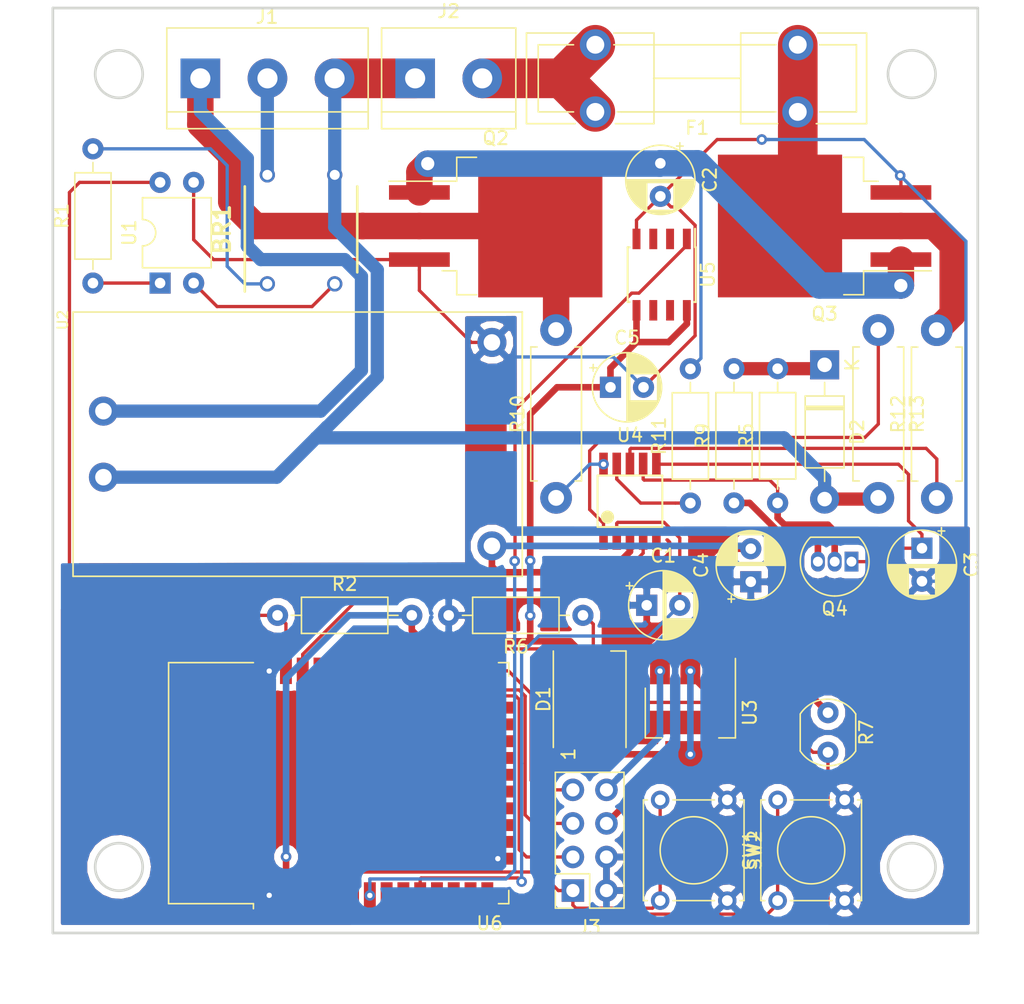
<source format=kicad_pcb>
(kicad_pcb (version 20171130) (host pcbnew 5.0.2+dfsg1-1)
  (title_block (title "Dimmable Ceiling Light Controller") (date 2019-08-02) (rev v1.1.0) (company slimc) (comment 1 "Open Source Project") (comment 2 github.com/slimcdk/smart-home-modules) (comment 3 "Smart Home Modules") (comment 4 "Auther: Christian Skjerning | slimc"))
  (layers (0 F.Cu signal) (31 B.Cu signal) (34 B.Paste user) (35 F.Paste user) (36 B.SilkS user) (37 F.SilkS user) (38 B.Mask user) (39 F.Mask user) (44 Edge.Cuts user))
  (net 0 "")
  (net 1 /N_MAIN)
  (net 2 "Net-(F1-Pad2)")
  (net 3 "Net-(R12-Pad1)")
  (net 4 /L_OUT)
  (net 5 "Net-(BR1-Pad1)")
  (net 6 "Net-(R1-Pad1)")
  (net 7 +3V3)
  (net 8 "Net-(D2-Pad1)")
  (net 9 "Net-(Q4-Pad2)")
  (net 10 GND)
  (net 11 "Net-(Q4-Pad3)")
  (net 12 "Net-(R10-Pad1)")
  (net 13 "Net-(C2-Pad1)")
  (net 14 "Net-(R11-Pad1)")
  (net 15 "Net-(SW1-Pad1)")
  (net 16 "Net-(U6-Pad17)")
  (net 17 "Net-(U6-Pad18)")
  (net 18 "Net-(U6-Pad19)")
  (net 19 "Net-(U6-Pad20)")
  (net 20 "Net-(U6-Pad21)")
  (net 21 "Net-(U6-Pad22)")
  (net 22 "Net-(U6-Pad32)")
  (net 23 +5V)
  (net 24 "Net-(C3-Pad1)")
  (net 25 "Net-(BR1-Pad2)")
  (net 26 "Net-(D1-Pad2)")
  (net 27 /L_M2)
  (net 28 /L_M1)
  (net 29 "Net-(R13-Pad1)")
  (net 30 /ESP_EN)
  (net 31 /ESP_RXD0)
  (net 32 /ESP_TXD0)
  (net 33 /ESP_GPIO_34)
  (net 34 /ESP_GPIO_35)
  (net 35 /ESP_GPIO_33)
  (net 36 /ESP_GPIO_26)
  (net 37 /ESP_GPIO_27)
  (net 38 /ESP_GPIO_14)
  (net 39 /ESP_GPIO_12)
  (net 40 /ESP_GPIO_13)
  (net 41 /ESP_GPIO_15)
  (net 42 /ESP_GPIO_02)
  (net 43 /ESP_GPIO_00)
  (net 44 /ESP_GPIO_16)
  (net 45 /ESP_GPIO_17)
  (net 46 /ESP_GPIO_05)
  (net 47 /ESP_GPIO_18)
  (net 48 /ESP_GPIO_19)
  (net 49 /ESP_GPIO_21)
  (net 50 /ESP_GPIO_23)
  (net 51 /ESP_SENSOR_VP)
  (net 52 /ESP_SENSOR_VN)
  (net 53 /ESP_GPIO_25)
  (net 54 /ESP_GPIO_04)
  (net 55 /ESP_GPIO_22)
  (module Connector_PinSocket_2.54mm:PinSocket_2x04_P2.54mm_Vertical (layer F.Cu) (at 67.831 91.688 180)
    (fp_text reference J3 (at -1.27 -2.77 180) (layer F.SilkS))
    (fp_text value Conn_02x04_Counter_Clockwise)
    (pad 1 thru_hole rect (at 0 0 180) (size 1.7 1.7) (drill 1) (layers *.Cu *.Mask) (net 30 /ESP_EN))
    (pad 2 thru_hole oval (at -2.54 0 180) (size 1.7 1.7) (drill 1) (layers *.Cu *.Mask) (net 10 GND))
    (pad 3 thru_hole oval (at 0 2.54 180) (size 1.7 1.7) (drill 1) (layers *.Cu *.Mask) (net 32 /ESP_TXD0))
    (pad 4 thru_hole oval (at -2.54 2.54 180) (size 1.7 1.7) (drill 1) (layers *.Cu *.Mask) (net 10 GND))
    (pad 5 thru_hole oval (at 0 5.08 180) (size 1.7 1.7) (drill 1) (layers *.Cu *.Mask) (net 31 /ESP_RXD0))
    (pad 6 thru_hole oval (at -2.54 5.08 180) (size 1.7 1.7) (drill 1) (layers *.Cu *.Mask) (net 7 +3V3))
    (pad 7 thru_hole oval (at 0 7.62 180) (size 1.7 1.7) (drill 1) (layers *.Cu *.Mask) (net 43 /ESP_GPIO_00))
    (pad 8 thru_hole oval (at -2.54 7.62 180) (size 1.7 1.7) (drill 1) (layers *.Cu *.Mask) (net 23 +5V))
  )
  (module Capacitor_THT:CP_Radial_D5.0mm_P2.50mm (layer F.Cu) (at 70.675 53.6)
    (fp_text reference C5 (at 1.25 -3.75) (layer F.SilkS))
    (fp_text value 0.1µ)
    (pad 1 thru_hole rect (at 0 0) (size 1.6 1.6) (drill 0.8) (layers *.Cu *.Mask) (net 7 +3V3))
    (pad 2 thru_hole circle (at 2.5 0) (size 1.6 1.6) (drill 0.8) (layers *.Cu *.Mask) (net 10 GND))
  )
  (module Capacitor_THT:CP_Radial_D5.0mm_P2.50mm (layer F.Cu) (at 81.293 68.32 90)
    (fp_text reference C4 (at 1.25 -3.75 90) (layer F.SilkS))
    (fp_text value 100nF)
    (pad 2 thru_hole circle (at 2.5 0 90) (size 1.6 1.6) (drill 0.8) (layers *.Cu *.Mask) (net 23 +5V))
    (pad 1 thru_hole rect (at 0 0 90) (size 1.6 1.6) (drill 0.8) (layers *.Cu *.Mask) (net 10 GND))
  )
  (module Capacitor_THT:CP_Radial_D5.0mm_P2.50mm (layer F.Cu) (at 73.419 70.098)
    (fp_text reference C1 (at 1.25 -3.75) (layer F.SilkS))
    (fp_text value 100nF)
    (pad 1 thru_hole rect (at 0 0) (size 1.6 1.6) (drill 0.8) (layers *.Cu *.Mask) (net 10 GND))
    (pad 2 thru_hole circle (at 2.5 0) (size 1.6 1.6) (drill 0.8) (layers *.Cu *.Mask) (net 53 /ESP_GPIO_25))
  )
  (module Capacitor_THT:CP_Radial_D5.0mm_P2.50mm (layer F.Cu) (at 74.45 36.65 270)
    (fp_text reference C2 (at 1.25 -3.75 270) (layer F.SilkS))
    (fp_text value 22nF)
    (pad 2 thru_hole circle (at 2.5 0 270) (size 1.6 1.6) (drill 0.8) (layers *.Cu *.Mask) (net 10 GND))
    (pad 1 thru_hole rect (at 0 0 270) (size 1.6 1.6) (drill 0.8) (layers *.Cu *.Mask) (net 13 "Net-(C2-Pad1)"))
  )
  (module Capacitor_THT:CP_Radial_D5.0mm_P2.50mm (layer F.Cu) (at 94.247 65.78 270)
    (fp_text reference C3 (at 1.25 -3.75 270) (layer F.SilkS))
    (fp_text value 4µ7)
    (pad 1 thru_hole rect (at 0 0 270) (size 1.6 1.6) (drill 0.8) (layers *.Cu *.Mask) (net 24 "Net-(C3-Pad1)"))
    (pad 2 thru_hole circle (at 2.5 0 270) (size 1.6 1.6) (drill 0.8) (layers *.Cu *.Mask) (net 10 GND))
  )
  (module AC_Drivers_slimc:FL51xxMX (layer F.Cu) (at 72.149 62.224)
    (fp_text reference U4 (at 0 -5) (layer F.SilkS))
    (fp_text value FL51xxMX)
    (pad 10 smd rect (at -2 -2.8) (size 0.65 1.75) (layers F.Cu F.Paste F.Mask) (net 12 "Net-(R10-Pad1)"))
    (pad 9 smd rect (at -1 -2.8) (size 0.65 1.75) (layers F.Cu F.Paste F.Mask) (net 14 "Net-(R11-Pad1)"))
    (pad 8 smd rect (at 0 -2.8) (size 0.65 1.75) (layers F.Cu F.Paste F.Mask) (net 3 "Net-(R12-Pad1)"))
    (pad 7 smd rect (at 1 -2.8) (size 0.65 1.75) (layers F.Cu F.Paste F.Mask) (net 9 "Net-(Q4-Pad2)"))
    (pad 6 smd rect (at 2 -2.8) (size 0.65 1.75) (layers F.Cu F.Paste F.Mask) (net 24 "Net-(C3-Pad1)"))
    (pad 5 smd rect (at 2 2.8) (size 0.65 1.75) (layers F.Cu F.Paste F.Mask) (net 10 GND))
    (pad 4 smd rect (at 1 2.8) (size 0.65 1.75) (layers F.Cu F.Paste F.Mask) (net 55 /ESP_GPIO_22))
    (pad 3 smd rect (at 0 2.8) (size 0.65 1.75) (layers F.Cu F.Paste F.Mask) (net 23 +5V))
    (pad 2 smd rect (at -1 2.8) (size 0.65 1.75) (layers F.Cu F.Paste F.Mask) (net 53 /ESP_GPIO_25))
    (pad 1 smd rect (at -2 2.8) (size 0.65 1.75) (layers F.Cu F.Paste F.Mask) (net 29 "Net-(R13-Pad1)"))
  )
  (module Button_Switch_THT:SW_Tactile_Straight_KSA0Axx1LFTR (layer F.Cu) (at 79.515 84.83 270)
    (fp_text reference SW2 (at 3.81 -2.08 270) (layer F.SilkS))
    (fp_text value SW_Push)
    (pad 2 thru_hole circle (at 0 5.08 270) (size 1.397 1.397) (drill 0.8128) (layers *.Cu *.Mask) (net 30 /ESP_EN))
    (pad 1 thru_hole circle (at 0 0 270) (size 1.397 1.397) (drill 0.8128) (layers *.Cu *.Mask) (net 10 GND))
    (pad 2 thru_hole circle (at 7.62 5.08 270) (size 1.397 1.397) (drill 0.8128) (layers *.Cu *.Mask) (net 30 /ESP_EN))
    (pad 1 thru_hole circle (at 7.62 0 270) (size 1.397 1.397) (drill 0.8128) (layers *.Cu *.Mask) (net 10 GND))
  )
  (module Button_Switch_THT:SW_Tactile_Straight_KSA0Axx1LFTR (layer F.Cu) (at 83.325 92.45 90)
    (fp_text reference SW1 (at 3.81 -2.08 90) (layer F.SilkS))
    (fp_text value SW_Push)
    (pad 1 thru_hole circle (at 7.62 0 90) (size 1.397 1.397) (drill 0.8128) (layers *.Cu *.Mask) (net 15 "Net-(SW1-Pad1)"))
    (pad 2 thru_hole circle (at 7.62 5.08 90) (size 1.397 1.397) (drill 0.8128) (layers *.Cu *.Mask) (net 10 GND))
    (pad 1 thru_hole circle (at 0 0 90) (size 1.397 1.397) (drill 0.8128) (layers *.Cu *.Mask) (net 15 "Net-(SW1-Pad1)"))
    (pad 2 thru_hole circle (at 0 5.08 90) (size 1.397 1.397) (drill 0.8128) (layers *.Cu *.Mask) (net 10 GND))
  )
  (module Diode_THT:D_DO-41_SOD81_P10.16mm_Horizontal (layer F.Cu) (at 86.881 51.902 270)
    (fp_text reference D2 (at 5.08 -2.47 270) (layer F.SilkS))
    (fp_text value 1N4007)
    (fp_text user K (at 0 -2.1 270) (layer F.SilkS))
    (pad 1 thru_hole rect (at 0 0 270) (size 2.2 2.2) (drill 1.1) (layers *.Cu *.Mask) (net 8 "Net-(D2-Pad1)"))
    (pad 2 thru_hole oval (at 10.16 0 270) (size 2.2 2.2) (drill 1.1) (layers *.Cu *.Mask) (net 1 /N_MAIN))
  )
  (module Diode_THT_slimc:DB107-BP (layer F.Cu) (at 47.257 41.65 90)
    (fp_text reference BR1 (at 0 -6 90) (layer F.SilkS) (effects (font (size 1.27 1.27) (thickness 0.254))))
    (fp_text value DB107-BP hide)
    (pad 4 thru_hole circle (at 4.125 -2.55 90) (size 1.16 1.16) (drill 0.76) (layers *.Cu *.Mask) (net 28 /L_M1))
    (pad 3 thru_hole circle (at 4.125 2.55 90) (size 1.16 1.16) (drill 0.76) (layers *.Cu *.Mask) (net 1 /N_MAIN))
    (pad 2 thru_hole circle (at -4.125 2.55 90) (size 1.16 1.16) (drill 0.76) (layers *.Cu *.Mask) (net 25 "Net-(BR1-Pad2)"))
    (pad 1 thru_hole circle (at -4.125 -2.55 90) (size 1.16 1.16) (drill 0.76) (layers *.Cu *.Mask) (net 5 "Net-(BR1-Pad1)"))
  )
  (module Fuse_Holders_and_Fuses:Fuseholder5x20_horiz_open_lateral_Type-II (layer F.Cu) (at 84.849 32.76 180)
    (fp_text reference F1 (at 7.61 -1.21 180) (layer F.SilkS))
    (fp_text value Fuse)
    (pad 2 thru_hole circle (at 15.32 0 180) (size 2.35 2.35) (drill 1.35) (layers *.Cu *.Mask) (net 2 "Net-(F1-Pad2)"))
    (pad 2 thru_hole circle (at 15.32 5.08 180) (size 2.35 2.35) (drill 1.35) (layers *.Cu *.Mask) (net 2 "Net-(F1-Pad2)"))
    (pad 1 thru_hole circle (at 0 0 180) (size 2.35 2.35) (drill 1.35) (layers *.Cu *.Mask) (net 4 /L_OUT))
    (pad 1 thru_hole circle (at 0 5.08 180) (size 2.35 2.35) (drill 1.35) (layers *.Cu *.Mask) (net 4 /L_OUT))
  )
  (module LED_SMD:LED_WS2812B_PLCC4_5.0x5.0mm_P3.2mm (layer F.Cu) (at 69.101 77.21 90)
    (fp_text reference D1 (at 0 -3.5 90) (layer F.SilkS))
    (fp_text value WS2812B)
    (fp_text user 1 (at -4.15 -1.6 90) (layer F.SilkS))
    (pad 3 smd rect (at 2.45 1.6 90) (size 1.5 1) (layers F.Cu F.Paste F.Mask) (net 10 GND))
    (pad 4 smd rect (at 2.45 -1.6 90) (size 1.5 1) (layers F.Cu F.Paste F.Mask) (net 54 /ESP_GPIO_04))
    (pad 2 smd rect (at -2.45 1.6 90) (size 1.5 1) (layers F.Cu F.Paste F.Mask) (net 26 "Net-(D1-Pad2)"))
    (pad 1 smd rect (at -2.45 -1.6 90) (size 1.5 1) (layers F.Cu F.Paste F.Mask) (net 7 +3V3))
  )
  (module OptoDevice:R_LDR_5.0x4.1mm_P3mm_Vertical (layer F.Cu) (at 87.135 78.226 270)
    (fp_text reference R7 (at 1.5 -2.9 270) (layer F.SilkS))
    (fp_text value LDR03)
    (pad 1 thru_hole circle (at 0 0 270) (size 1.6 1.6) (drill 0.8) (layers *.Cu *.Mask) (net 7 +3V3))
    (pad 2 thru_hole circle (at 3 0 270) (size 1.6 1.6) (drill 0.8) (layers *.Cu *.Mask) (net 33 /ESP_GPIO_34))
  )
  (module Package_DIP:DIP-4_W7.62mm (layer F.Cu) (at 36.589 45.714 90)
    (fp_text reference U1 (at 3.81 -2.33 90) (layer F.SilkS))
    (fp_text value LTV-817)
    (pad 1 thru_hole rect (at 0 0 90) (size 1.6 1.6) (drill 0.8) (layers *.Cu *.Mask) (net 6 "Net-(R1-Pad1)"))
    (pad 3 thru_hole oval (at 7.62 2.54 90) (size 1.6 1.6) (drill 0.8) (layers *.Cu *.Mask) (net 10 GND))
    (pad 2 thru_hole oval (at 0 2.54 90) (size 1.6 1.6) (drill 0.8) (layers *.Cu *.Mask) (net 25 "Net-(BR1-Pad2)"))
    (pad 4 thru_hole oval (at 7.62 0 90) (size 1.6 1.6) (drill 0.8) (layers *.Cu *.Mask) (net 50 /ESP_GPIO_23))
  )
  (module Package_SO:SOIC-8_3.9x4.9mm_P1.27mm (layer F.Cu) (at 74.55 45.075 270)
    (fp_text reference U5 (at 0 -3.5 270) (layer F.SilkS))
    (fp_text value TMP36xS)
    (pad 1 smd rect (at -2.7 -1.905 270) (size 1.55 0.6) (layers F.Cu F.Paste F.Mask) (net 34 /ESP_GPIO_35))
    (pad 2 smd rect (at -2.7 -0.635 270) (size 1.55 0.6) (layers F.Cu F.Paste F.Mask))
    (pad 3 smd rect (at -2.7 0.635 270) (size 1.55 0.6) (layers F.Cu F.Paste F.Mask))
    (pad 4 smd rect (at -2.7 1.905 270) (size 1.55 0.6) (layers F.Cu F.Paste F.Mask) (net 10 GND))
    (pad 5 smd rect (at 2.7 1.905 270) (size 1.55 0.6) (layers F.Cu F.Paste F.Mask) (net 7 +3V3))
    (pad 6 smd rect (at 2.7 0.635 270) (size 1.55 0.6) (layers F.Cu F.Paste F.Mask))
    (pad 7 smd rect (at 2.7 -0.635 270) (size 1.55 0.6) (layers F.Cu F.Paste F.Mask))
    (pad 8 smd rect (at 2.7 -1.905 270) (size 1.55 0.6) (layers F.Cu F.Paste F.Mask) (net 7 +3V3))
  )
  (module Package_TO_SOT_SMD:SOT-223-3_TabPin2 (layer F.Cu) (at 76.721 78.226 270)
    (fp_text reference U3 (at 0 -4.5 270) (layer F.SilkS))
    (fp_text value AMS1117-3.3)
    (pad 2 smd rect (at 3.15 0 270) (size 2 3.8) (layers F.Cu F.Paste F.Mask) (net 7 +3V3))
    (pad 2 smd rect (at -3.15 0 270) (size 2 1.5) (layers F.Cu F.Paste F.Mask) (net 7 +3V3))
    (pad 3 smd rect (at -3.15 2.3 270) (size 2 1.5) (layers F.Cu F.Paste F.Mask) (net 23 +5V))
    (pad 1 smd rect (at -3.15 -2.3 270) (size 2 1.5) (layers F.Cu F.Paste F.Mask) (net 10 GND))
  )
  (module Package_TO_SOT_SMD:TO-263-3_TabPin2 (layer F.Cu) (at 86.881 41.396 180)
    (fp_text reference Q3 (at 0 -6.65 180) (layer F.SilkS))
    (fp_text value IRF840)
    (pad 2 smd rect (at 3.375 0 180) (size 9.4 10.8) (layers F.Cu F.Mask) (net 4 /L_OUT))
    (pad 3 smd rect (at -5.775 2.54 180) (size 4.6 1.1) (layers F.Cu F.Paste F.Mask) (net 10 GND))
    (pad 2 smd rect (at -5.775 0 180) (size 4.6 1.1) (layers F.Cu F.Paste F.Mask) (net 4 /L_OUT))
    (pad 1 smd rect (at -5.775 -2.54 180) (size 4.6 1.1) (layers F.Cu F.Paste F.Mask) (net 13 "Net-(C2-Pad1)"))
  )
  (module Package_TO_SOT_SMD:TO-263-3_TabPin2 (layer F.Cu) (at 61.989 41.396)
    (fp_text reference Q2 (at 0 -6.65) (layer F.SilkS))
    (fp_text value IRF840)
    (pad 1 smd rect (at -5.775 -2.54) (size 4.6 1.1) (layers F.Cu F.Paste F.Mask) (net 13 "Net-(C2-Pad1)"))
    (pad 2 smd rect (at -5.775 0) (size 4.6 1.1) (layers F.Cu F.Paste F.Mask) (net 27 /L_M2))
    (pad 3 smd rect (at -5.775 2.54) (size 4.6 1.1) (layers F.Cu F.Paste F.Mask) (net 10 GND))
    (pad 2 smd rect (at 3.375 0) (size 9.4 10.8) (layers F.Cu F.Mask) (net 27 /L_M2))
  )
  (module Package_TO_SOT_THT:TO-92_Inline (layer F.Cu) (at 88.913 66.796 180)
    (fp_text reference Q4 (at 1.27 -3.56 180) (layer F.SilkS))
    (fp_text value KSP44)
    (pad 2 thru_hole oval (at 1.27 0 180) (size 1.05 1.5) (drill 0.75) (layers *.Cu *.Mask) (net 9 "Net-(Q4-Pad2)"))
    (pad 3 thru_hole oval (at 2.54 0 180) (size 1.05 1.5) (drill 0.75) (layers *.Cu *.Mask) (net 11 "Net-(Q4-Pad3)"))
    (pad 1 thru_hole rect (at 0 0 180) (size 1.05 1.5) (drill 0.75) (layers *.Cu *.Mask) (net 24 "Net-(C3-Pad1)"))
  )
  (module Power_Supply:HLK-PM01 (layer F.Cu) (at 47.003 57.906)
    (fp_text reference U2 (at -17.78 -9.398 90) (layer F.SilkS) (effects (font (size 0.762 0.762) (thickness 0.127))))
    (fp_text value HLK-PM05)
    (pad 1 thru_hole circle (at -14.7 -2.5) (size 2.2 2.2) (drill 1.25) (layers *.Cu *.Mask) (net 27 /L_M2))
    (pad 2 thru_hole circle (at -14.7 2.5) (size 2.2 2.2) (drill 1.25) (layers *.Cu *.Mask) (net 1 /N_MAIN))
    (pad 3 thru_hole circle (at 14.7 -7.7) (size 2.2 2.2) (drill 1.25) (layers *.Cu *.Mask) (net 10 GND))
    (pad 4 thru_hole circle (at 14.7 7.7) (size 2.2 2.2) (drill 1.25) (layers *.Cu *.Mask) (net 23 +5V))
  )
  (module RF_Module:ESP32-WROOM-32 (layer F.Cu) (at 53.099 83.56 90)
    (fp_text reference U6 (at -10.61 8.43 180) (layer F.SilkS))
    (fp_text value ESP32-WROOM-32D)
    (pad 39 smd rect (at -1 -0.755 90) (size 5 5) (layers F.Cu F.Paste F.Mask))
    (pad 1 smd rect (at -8.5 -8.255 90) (size 2 0.9) (layers F.Cu F.Paste F.Mask) (net 10 GND))
    (pad 2 smd rect (at -8.5 -6.985 90) (size 2 0.9) (layers F.Cu F.Paste F.Mask) (net 7 +3V3))
    (pad 3 smd rect (at -8.5 -5.715 90) (size 2 0.9) (layers F.Cu F.Paste F.Mask) (net 30 /ESP_EN))
    (pad 4 smd rect (at -8.5 -4.445 90) (size 2 0.9) (layers F.Cu F.Paste F.Mask) (net 51 /ESP_SENSOR_VP))
    (pad 5 smd rect (at -8.5 -3.175 90) (size 2 0.9) (layers F.Cu F.Paste F.Mask) (net 52 /ESP_SENSOR_VN))
    (pad 6 smd rect (at -8.5 -1.905 90) (size 2 0.9) (layers F.Cu F.Paste F.Mask) (net 33 /ESP_GPIO_34))
    (pad 7 smd rect (at -8.5 -0.635 90) (size 2 0.9) (layers F.Cu F.Paste F.Mask) (net 34 /ESP_GPIO_35))
    (pad 8 smd rect (at -8.5 0.635 90) (size 2 0.9) (layers F.Cu F.Paste F.Mask) (net 15 "Net-(SW1-Pad1)"))
    (pad 9 smd rect (at -8.5 1.905 90) (size 2 0.9) (layers F.Cu F.Paste F.Mask) (net 35 /ESP_GPIO_33))
    (pad 10 smd rect (at -8.5 3.175 90) (size 2 0.9) (layers F.Cu F.Paste F.Mask) (net 53 /ESP_GPIO_25))
    (pad 11 smd rect (at -8.5 4.445 90) (size 2 0.9) (layers F.Cu F.Paste F.Mask) (net 36 /ESP_GPIO_26))
    (pad 12 smd rect (at -8.5 5.715 90) (size 2 0.9) (layers F.Cu F.Paste F.Mask) (net 37 /ESP_GPIO_27))
    (pad 13 smd rect (at -8.5 6.985 90) (size 2 0.9) (layers F.Cu F.Paste F.Mask) (net 38 /ESP_GPIO_14))
    (pad 14 smd rect (at -8.5 8.255 90) (size 2 0.9) (layers F.Cu F.Paste F.Mask) (net 39 /ESP_GPIO_12))
    (pad 15 smd rect (at -5.715 9.255 180) (size 2 0.9) (layers F.Cu F.Paste F.Mask) (net 10 GND))
    (pad 16 smd rect (at -4.445 9.255 180) (size 2 0.9) (layers F.Cu F.Paste F.Mask) (net 40 /ESP_GPIO_13))
    (pad 17 smd rect (at -3.175 9.255 180) (size 2 0.9) (layers F.Cu F.Paste F.Mask) (net 16 "Net-(U6-Pad17)"))
    (pad 18 smd rect (at -1.905 9.255 180) (size 2 0.9) (layers F.Cu F.Paste F.Mask) (net 17 "Net-(U6-Pad18)"))
    (pad 19 smd rect (at -0.635 9.255 180) (size 2 0.9) (layers F.Cu F.Paste F.Mask) (net 18 "Net-(U6-Pad19)"))
    (pad 20 smd rect (at 0.635 9.255 180) (size 2 0.9) (layers F.Cu F.Paste F.Mask) (net 19 "Net-(U6-Pad20)"))
    (pad 21 smd rect (at 1.905 9.255 180) (size 2 0.9) (layers F.Cu F.Paste F.Mask) (net 20 "Net-(U6-Pad21)"))
    (pad 22 smd rect (at 3.175 9.255 180) (size 2 0.9) (layers F.Cu F.Paste F.Mask) (net 21 "Net-(U6-Pad22)"))
    (pad 23 smd rect (at 4.445 9.255 180) (size 2 0.9) (layers F.Cu F.Paste F.Mask) (net 41 /ESP_GPIO_15))
    (pad 24 smd rect (at 5.715 9.255 180) (size 2 0.9) (layers F.Cu F.Paste F.Mask) (net 42 /ESP_GPIO_02))
    (pad 25 smd rect (at 8.5 8.255 90) (size 2 0.9) (layers F.Cu F.Paste F.Mask) (net 43 /ESP_GPIO_00))
    (pad 26 smd rect (at 8.5 6.985 90) (size 2 0.9) (layers F.Cu F.Paste F.Mask) (net 54 /ESP_GPIO_04))
    (pad 27 smd rect (at 8.5 5.715 90) (size 2 0.9) (layers F.Cu F.Paste F.Mask) (net 44 /ESP_GPIO_16))
    (pad 28 smd rect (at 8.5 4.445 90) (size 2 0.9) (layers F.Cu F.Paste F.Mask) (net 45 /ESP_GPIO_17))
    (pad 29 smd rect (at 8.5 3.175 90) (size 2 0.9) (layers F.Cu F.Paste F.Mask) (net 46 /ESP_GPIO_05))
    (pad 30 smd rect (at 8.5 1.905 90) (size 2 0.9) (layers F.Cu F.Paste F.Mask) (net 47 /ESP_GPIO_18))
    (pad 31 smd rect (at 8.5 0.635 90) (size 2 0.9) (layers F.Cu F.Paste F.Mask) (net 48 /ESP_GPIO_19))
    (pad 32 smd rect (at 8.5 -0.635 90) (size 2 0.9) (layers F.Cu F.Paste F.Mask) (net 22 "Net-(U6-Pad32)"))
    (pad 33 smd rect (at 8.5 -1.905 90) (size 2 0.9) (layers F.Cu F.Paste F.Mask) (net 49 /ESP_GPIO_21))
    (pad 34 smd rect (at 8.5 -3.175 90) (size 2 0.9) (layers F.Cu F.Paste F.Mask) (net 31 /ESP_RXD0))
    (pad 35 smd rect (at 8.5 -4.445 90) (size 2 0.9) (layers F.Cu F.Paste F.Mask) (net 32 /ESP_TXD0))
    (pad 36 smd rect (at 8.5 -5.715 90) (size 2 0.9) (layers F.Cu F.Paste F.Mask) (net 55 /ESP_GPIO_22))
    (pad 37 smd rect (at 8.5 -6.985 90) (size 2 0.9) (layers F.Cu F.Paste F.Mask) (net 50 /ESP_GPIO_23))
    (pad 38 smd rect (at 8.5 -8.255 90) (size 2 0.9) (layers F.Cu F.Paste F.Mask) (net 10 GND))
  )
  (module Resistor_THT:R_Axial_DIN0207_L6.3mm_D2.5mm_P10.16mm_Horizontal (layer F.Cu) (at 31.509 45.714 90)
    (fp_text reference R1 (at 5.08 -2.37 90) (layer F.SilkS))
    (fp_text value 390K)
    (pad 2 thru_hole oval (at 10.16 0 90) (size 1.6 1.6) (drill 0.8) (layers *.Cu *.Mask) (net 5 "Net-(BR1-Pad1)"))
    (pad 1 thru_hole circle (at 0 0 90) (size 1.6 1.6) (drill 0.8) (layers *.Cu *.Mask) (net 6 "Net-(R1-Pad1)"))
  )
  (module Resistor_THT:R_Axial_DIN0207_L6.3mm_D2.5mm_P10.16mm_Horizontal (layer F.Cu) (at 45.479 70.86)
    (fp_text reference R2 (at 5.08 -2.37) (layer F.SilkS))
    (fp_text value 10K)
    (pad 1 thru_hole circle (at 0 0) (size 1.6 1.6) (drill 0.8) (layers *.Cu *.Mask) (net 50 /ESP_GPIO_23))
    (pad 2 thru_hole oval (at 10.16 0) (size 1.6 1.6) (drill 0.8) (layers *.Cu *.Mask) (net 7 +3V3))
  )
  (module Resistor_THT:R_Axial_DIN0207_L6.3mm_D2.5mm_P10.16mm_Horizontal (layer F.Cu) (at 83.325 62.354 90)
    (fp_text reference R5 (at 5.08 -2.37 90) (layer F.SilkS))
    (fp_text value 330K)
    (pad 1 thru_hole circle (at 0 0 90) (size 1.6 1.6) (drill 0.8) (layers *.Cu *.Mask) (net 9 "Net-(Q4-Pad2)"))
    (pad 2 thru_hole oval (at 10.16 0 90) (size 1.6 1.6) (drill 0.8) (layers *.Cu *.Mask) (net 8 "Net-(D2-Pad1)"))
  )
  (module Resistor_THT:R_Axial_DIN0207_L6.3mm_D2.5mm_P10.16mm_Horizontal (layer F.Cu) (at 68.593 70.86 180)
    (fp_text reference R6 (at 5.08 -2.37 180) (layer F.SilkS))
    (fp_text value 6K8)
    (pad 1 thru_hole circle (at 0 0 180) (size 1.6 1.6) (drill 0.8) (layers *.Cu *.Mask) (net 33 /ESP_GPIO_34))
    (pad 2 thru_hole oval (at 10.16 0 180) (size 1.6 1.6) (drill 0.8) (layers *.Cu *.Mask) (net 10 GND))
  )
  (module Resistor_THT:R_Axial_DIN0207_L6.3mm_D2.5mm_P10.16mm_Horizontal (layer F.Cu) (at 80.023 62.354 90)
    (fp_text reference R9 (at 5.08 -2.37 90) (layer F.SilkS))
    (fp_text value 33K)
    (pad 1 thru_hole circle (at 0 0 90) (size 1.6 1.6) (drill 0.8) (layers *.Cu *.Mask) (net 11 "Net-(Q4-Pad3)"))
    (pad 2 thru_hole oval (at 10.16 0 90) (size 1.6 1.6) (drill 0.8) (layers *.Cu *.Mask) (net 8 "Net-(D2-Pad1)"))
  )
  (module Resistor_THT:R_Axial_DIN0207_L6.3mm_D2.5mm_P10.16mm_Horizontal (layer F.Cu) (at 76.721 62.364 90)
    (fp_text reference R11 (at 5.08 -2.37 90) (layer F.SilkS))
    (fp_text value 1K)
    (pad 2 thru_hole oval (at 10.16 0 90) (size 1.6 1.6) (drill 0.8) (layers *.Cu *.Mask) (net 13 "Net-(C2-Pad1)"))
    (pad 1 thru_hole circle (at 0 0 90) (size 1.6 1.6) (drill 0.8) (layers *.Cu *.Mask) (net 14 "Net-(R11-Pad1)"))
  )
  (module Resistor_THT:R_Axial_DIN0411_L9.9mm_D3.6mm_P12.70mm_Horizontal (layer F.Cu) (at 66.561 61.97 90)
    (fp_text reference R10 (at 6.35 -2.92 90) (layer F.SilkS))
    (fp_text value 2M2)
    (pad 1 thru_hole circle (at 0 0 90) (size 2.4 2.4) (drill 1.2) (layers *.Cu *.Mask) (net 12 "Net-(R10-Pad1)"))
    (pad 2 thru_hole oval (at 12.7 0 90) (size 2.4 2.4) (drill 1.2) (layers *.Cu *.Mask) (net 27 /L_M2))
  )
  (module Resistor_THT:R_Axial_DIN0411_L9.9mm_D3.6mm_P12.70mm_Horizontal (layer F.Cu) (at 95.373 61.978 90)
    (fp_text reference R12 (at 6.35 -2.92 90) (layer F.SilkS))
    (fp_text value 2M2)
    (pad 2 thru_hole oval (at 12.7 0 90) (size 2.4 2.4) (drill 1.2) (layers *.Cu *.Mask) (net 4 /L_OUT))
    (pad 1 thru_hole circle (at 0 0 90) (size 2.4 2.4) (drill 1.2) (layers *.Cu *.Mask) (net 3 "Net-(R12-Pad1)"))
  )
  (module Resistor_THT:R_Axial_DIN0411_L9.9mm_D3.6mm_P12.70mm_Horizontal (layer F.Cu) (at 90.945 49.27 270)
    (fp_text reference R13 (at 6.35 -2.92 270) (layer F.SilkS))
    (fp_text value 2M2)
    (pad 1 thru_hole circle (at 0 0 270) (size 2.4 2.4) (drill 1.2) (layers *.Cu *.Mask) (net 29 "Net-(R13-Pad1)"))
    (pad 2 thru_hole oval (at 12.7 0 270) (size 2.4 2.4) (drill 1.2) (layers *.Cu *.Mask) (net 1 /N_MAIN))
  )
  (module TerminalBlock:TerminalBlock_bornier-2_P5.08mm (layer F.Cu) (at 55.893 30.22)
    (fp_text reference J2 (at 2.54 -5.08) (layer F.SilkS))
    (fp_text value Screw_Terminal_01x02)
    (pad 1 thru_hole rect (at 0 0) (size 3 3) (drill 1.52) (layers *.Cu *.Mask) (net 1 /N_MAIN))
    (pad 2 thru_hole circle (at 5.08 0) (size 3 3) (drill 1.52) (layers *.Cu *.Mask) (net 2 "Net-(F1-Pad2)"))
  )
  (module TerminalBlock:TerminalBlock_bornier-3_P5.08mm (layer F.Cu) (at 39.637 30.22)
    (fp_text reference J1 (at 5.05 -4.65) (layer F.SilkS))
    (fp_text value Screw_Terminal_01x03)
    (pad 1 thru_hole rect (at 0 0) (size 3 3) (drill 1.52) (layers *.Cu *.Mask) (net 27 /L_M2))
    (pad 2 thru_hole circle (at 5.08 0) (size 3 3) (drill 1.52) (layers *.Cu *.Mask) (net 28 /L_M1))
    (pad 3 thru_hole circle (at 10.16 0) (size 3 3) (drill 1.52) (layers *.Cu *.Mask) (net 1 /N_MAIN))
  )
  (gr_circle (center 93.475 29.9) (end 95.275 29.9) (layer Edge.Cuts) (width 0.2))
  (gr_circle (center 93.475 89.9) (end 95.275 89.9) (layer Edge.Cuts) (width 0.2))
  (gr_circle (center 33.475 89.9) (end 35.275 89.9) (layer Edge.Cuts) (width 0.2))
  (gr_circle (center 33.475 29.9) (end 35.275 29.9) (layer Edge.Cuts) (width 0.2))
  (gr_line (start 28.475 24.9) (end 28.475 94.9) (layer Edge.Cuts) (width 0.2))
  (gr_line (start 28.475 94.9) (end 98.475 94.9) (layer Edge.Cuts) (width 0.2))
  (gr_line (start 98.475 24.9) (end 98.475 94.9) (layer Edge.Cuts) (width 0.2))
  (gr_line (start 28.475 24.9) (end 98.475 24.9) (layer Edge.Cuts) (width 0.2))
  (segment (start 49.797 37.515) (end 49.807 37.525) (width 0.25) (layer F.Cu) (net 1))
  (segment (start 49.797 30.22) (end 55.893 30.22) (width 3) (layer F.Cu) (net 1))
  (segment (start 49.807 41.48693) (end 53.02901 44.70894) (width 1) (layer B.Cu) (net 1))
  (segment (start 49.807 37.525) (end 49.807 41.48693) (width 1) (layer B.Cu) (net 1))
  (segment (start 53.02901 44.70894) (end 53.029009 52.815061) (width 1) (layer B.Cu) (net 1))
  (segment (start 49.807 30.23) (end 49.797 30.22) (width 1) (layer F.Cu) (net 1))
  (segment (start 49.807 37.525) (end 49.807 30.23) (width 1) (layer B.Cu) (net 1))
  (segment (start 90.853 62.062) (end 90.945 61.97) (width 1) (layer F.Cu) (net 1))
  (segment (start 86.881 62.062) (end 90.853 62.062) (width 1) (layer F.Cu) (net 1))
  (segment (start 86.881 60.506366) (end 83.799634 57.425) (width 1) (layer B.Cu) (net 1))
  (segment (start 86.881 62.062) (end 86.881 60.506366) (width 1) (layer B.Cu) (net 1))
  (segment (start 83.799634 57.425) (end 48.4 57.425) (width 1) (layer B.Cu) (net 1))
  (segment (start 49.218991 56.606009) (end 48.4 57.425) (width 1) (layer B.Cu) (net 1))
  (segment (start 53.029009 52.815061) (end 49.238061 56.606009) (width 1) (layer B.Cu) (net 1))
  (segment (start 49.238061 56.606009) (end 49.218991 56.606009) (width 1) (layer B.Cu) (net 1))
  (segment (start 45.419 60.406) (end 48.4 57.425) (width 1) (layer B.Cu) (net 1))
  (segment (start 32.303 60.406) (end 45.419 60.406) (width 1) (layer B.Cu) (net 1))
  (segment (start 66.989 30.22) (end 69.529 27.68) (width 3) (layer F.Cu) (net 2))
  (segment (start 60.973 30.22) (end 66.989 30.22) (width 3) (layer F.Cu) (net 2))
  (segment (start 69.529 32.76) (end 66.989 30.22) (width 3) (layer F.Cu) (net 2))
  (segment (start 72.224001 58.223999) (end 94.564999 58.223999) (width 0.25) (layer F.Cu) (net 3))
  (segment (start 72.149 59.424) (end 72.149 58.299) (width 0.25) (layer F.Cu) (net 3))
  (segment (start 72.149 58.299) (end 72.224001 58.223999) (width 0.25) (layer F.Cu) (net 3))
  (segment (start 95.373 59.032) (end 95.373 61.978) (width 0.25) (layer F.Cu) (net 3))
  (segment (start 94.564999 58.223999) (end 95.373 59.032) (width 0.25) (layer F.Cu) (net 3))
  (segment (start 84.849 27.68) (end 84.849 32.76) (width 3) (layer F.Cu) (net 4))
  (segment (start 84.849 40.053) (end 83.506 41.396) (width 3) (layer F.Cu) (net 4))
  (segment (start 84.849 32.76) (end 84.849 40.053) (width 3) (layer F.Cu) (net 4))
  (segment (start 96.572999 48.078001) (end 95.373 49.278) (width 2) (layer F.Cu) (net 4))
  (segment (start 92.656 41.396) (end 95.126002 41.396) (width 2) (layer F.Cu) (net 4))
  (segment (start 96.572999 42.842997) (end 96.572999 48.078001) (width 2) (layer F.Cu) (net 4))
  (segment (start 95.126002 41.396) (end 96.572999 42.842997) (width 2) (layer F.Cu) (net 4))
  (segment (start 83.506 41.396) (end 92.656 41.396) (width 2) (layer F.Cu) (net 4))
  (segment (start 41.669 44.444) (end 43 45.775) (width 0.25) (layer B.Cu) (net 5))
  (segment (start 43 45.775) (end 44.707 45.775) (width 0.25) (layer B.Cu) (net 5))
  (segment (start 41.669 36.824) (end 41.669 44.444) (width 0.25) (layer B.Cu) (net 5))
  (segment (start 31.509 35.554) (end 40.399 35.554) (width 0.25) (layer B.Cu) (net 5))
  (segment (start 40.399 35.554) (end 41.669 36.824) (width 0.25) (layer B.Cu) (net 5))
  (segment (start 31.509 45.714) (end 36.589 45.714) (width 0.25) (layer F.Cu) (net 6))
  (segment (start 76.721 75.326) (end 76.721 75.076) (width 0.25) (layer F.Cu) (net 7))
  (segment (start 78.26999 76.87499) (end 76.721 75.326) (width 0.5) (layer F.Cu) (net 7))
  (segment (start 87.135 78.226) (end 85.78399 76.87499) (width 0.5) (layer F.Cu) (net 7))
  (segment (start 85.78399 76.87499) (end 78.26999 76.87499) (width 0.5) (layer F.Cu) (net 7))
  (segment (start 74.321 81.376) (end 76.721 81.376) (width 0.5) (layer F.Cu) (net 7))
  (segment (start 67.967 81.376) (end 74.321 81.376) (width 0.5) (layer F.Cu) (net 7))
  (segment (start 67.501 79.66) (end 67.501 80.91) (width 0.5) (layer F.Cu) (net 7))
  (segment (start 67.501 80.91) (end 67.967 81.376) (width 0.5) (layer F.Cu) (net 7))
  (segment (start 55.639 70.86) (end 50.89 70.86) (width 0.5) (layer B.Cu) (net 7))
  (segment (start 50.89 70.86) (end 46.125 75.625) (width 0.5) (layer B.Cu) (net 7))
  (via (at 46.125 89.125) (size 0.8) (drill 0.4) (layers F.Cu B.Cu) (net 7))
  (segment (start 46.125 75.625) (end 46.125 89.125) (width 0.5) (layer B.Cu) (net 7))
  (segment (start 46.125 92.049) (end 46.114 92.06) (width 0.5) (layer F.Cu) (net 7))
  (segment (start 46.125 89.125) (end 46.125 92.049) (width 0.5) (layer F.Cu) (net 7))
  (segment (start 67.501 78.41) (end 67.501 79.66) (width 0.5) (layer F.Cu) (net 7))
  (segment (start 68.451001 73.649999) (end 68.451001 77.459999) (width 0.5) (layer F.Cu) (net 7))
  (segment (start 55.639 70.86) (end 55.639 71.99137) (width 0.5) (layer F.Cu) (net 7))
  (segment (start 55.639 71.99137) (end 56.47262 72.82499) (width 0.5) (layer F.Cu) (net 7))
  (segment (start 68.451001 77.459999) (end 67.501 78.41) (width 0.5) (layer F.Cu) (net 7))
  (segment (start 67.625992 72.82499) (end 68.451001 73.649999) (width 0.5) (layer F.Cu) (net 7))
  (via (at 64.6 66.725) (size 0.8) (drill 0.4) (layers F.Cu B.Cu) (net 7))
  (segment (start 64.6 55.63641) (end 64.6 66.725) (width 0.5) (layer F.Cu) (net 7))
  (via (at 64.6 70.875) (size 0.8) (drill 0.4) (layers F.Cu B.Cu) (net 7))
  (segment (start 64.6 66.725) (end 64.6 70.875) (width 0.5) (layer B.Cu) (net 7))
  (segment (start 64.6 71.440685) (end 64.6 72.82499) (width 0.5) (layer F.Cu) (net 7))
  (segment (start 64.6 70.875) (end 64.6 71.440685) (width 0.5) (layer F.Cu) (net 7))
  (segment (start 56.47262 72.82499) (end 64.6 72.82499) (width 0.5) (layer F.Cu) (net 7))
  (segment (start 64.6 72.82499) (end 67.625992 72.82499) (width 0.5) (layer F.Cu) (net 7))
  (segment (start 66.63641 53.6) (end 70.675 53.6) (width 0.5) (layer F.Cu) (net 7))
  (segment (start 64.6 55.63641) (end 66.63641 53.6) (width 0.5) (layer F.Cu) (net 7))
  (segment (start 70.675 53.6) (end 70.675 52.15) (width 0.5) (layer F.Cu) (net 7))
  (segment (start 72.645 50.18) (end 72.645 47.775) (width 0.5) (layer F.Cu) (net 7))
  (segment (start 70.675 52.15) (end 72.645 50.18) (width 0.5) (layer F.Cu) (net 7))
  (segment (start 75.075 50.18) (end 72.645 50.18) (width 0.5) (layer F.Cu) (net 7))
  (segment (start 76.455 47.775) (end 76.455 48.8) (width 0.5) (layer F.Cu) (net 7))
  (segment (start 76.455 48.8) (end 75.075 50.18) (width 0.5) (layer F.Cu) (net 7))
  (via (at 76.721 81.376) (size 0.8) (drill 0.4) (layers F.Cu B.Cu) (net 7))
  (via (at 76.721 75.076) (size 0.8) (drill 0.4) (layers F.Cu B.Cu) (net 7))
  (segment (start 76.721 81.376) (end 76.721 75.076) (width 0.5) (layer B.Cu) (net 7))
  (segment (start 75.603 81.376) (end 76.721 81.376) (width 0.5) (layer F.Cu) (net 7))
  (segment (start 70.371 86.608) (end 75.603 81.376) (width 0.5) (layer F.Cu) (net 7))
  (segment (start 80.023 52.194) (end 83.325 52.194) (width 1) (layer F.Cu) (net 8))
  (segment (start 86.589 52.194) (end 86.881 51.902) (width 1) (layer F.Cu) (net 8))
  (segment (start 83.325 52.194) (end 86.589 52.194) (width 1) (layer F.Cu) (net 8))
  (segment (start 83.325 63.48537) (end 83.84163 64.002) (width 0.5) (layer F.Cu) (net 9))
  (segment (start 83.325 62.354) (end 83.325 63.48537) (width 0.5) (layer F.Cu) (net 9))
  (segment (start 83.84163 64.002) (end 87.135 64.002) (width 0.5) (layer F.Cu) (net 9))
  (segment (start 87.643 64.51) (end 87.643 66.796) (width 0.5) (layer F.Cu) (net 9))
  (segment (start 87.135 64.002) (end 87.643 64.51) (width 0.5) (layer F.Cu) (net 9))
  (segment (start 82.726371 60.624001) (end 83.325 61.22263) (width 0.25) (layer F.Cu) (net 9))
  (segment (start 73.224001 60.624001) (end 82.726371 60.624001) (width 0.25) (layer F.Cu) (net 9))
  (segment (start 83.325 61.22263) (end 83.325 62.354) (width 0.25) (layer F.Cu) (net 9))
  (segment (start 73.149 60.549) (end 73.224001 60.624001) (width 0.25) (layer F.Cu) (net 9))
  (segment (start 73.149 59.424) (end 73.149 60.549) (width 0.25) (layer F.Cu) (net 9))
  (via (at 62.15 89.275) (size 0.8) (drill 0.4) (layers F.Cu B.Cu) (net 10))
  (via (at 44.85 92.05) (size 0.8) (drill 0.4) (layers F.Cu B.Cu) (net 10))
  (via (at 44.85 75.075) (size 0.8) (drill 0.4) (layers F.Cu B.Cu) (net 10))
  (segment (start 72.645 40.955) (end 74.45 39.15) (width 0.25) (layer F.Cu) (net 10))
  (segment (start 72.645 42.375) (end 72.645 40.955) (width 0.25) (layer F.Cu) (net 10))
  (segment (start 75.249999 39.949999) (end 74.45 39.15) (width 0.25) (layer F.Cu) (net 10))
  (segment (start 75.690001 39.949999) (end 75.249999 39.949999) (width 0.25) (layer F.Cu) (net 10))
  (segment (start 77.080001 41.339999) (end 75.690001 39.949999) (width 0.25) (layer F.Cu) (net 10))
  (segment (start 73.175 53.6) (end 77.080001 49.694999) (width 0.25) (layer F.Cu) (net 10))
  (segment (start 77.080001 49.694999) (end 77.080001 41.339999) (width 0.25) (layer F.Cu) (net 10))
  (segment (start 39.129 38.094) (end 39.129 42.429) (width 0.25) (layer F.Cu) (net 10))
  (segment (start 40.636 43.936) (end 56.214 43.936) (width 0.25) (layer F.Cu) (net 10))
  (segment (start 39.129 42.429) (end 40.636 43.936) (width 0.25) (layer F.Cu) (net 10))
  (segment (start 56.214 44.736) (end 56.214 43.936) (width 0.25) (layer F.Cu) (net 10))
  (segment (start 56.214 46.272634) (end 56.214 44.736) (width 0.25) (layer F.Cu) (net 10))
  (segment (start 61.703 50.206) (end 60.147366 50.206) (width 0.25) (layer F.Cu) (net 10))
  (segment (start 60.147366 50.206) (end 56.214 46.272634) (width 0.25) (layer F.Cu) (net 10))
  (segment (start 72.375001 52.800001) (end 73.175 53.6) (width 0.25) (layer B.Cu) (net 10))
  (segment (start 70.880999 51.305999) (end 72.375001 52.800001) (width 0.25) (layer B.Cu) (net 10))
  (segment (start 61.703 50.206) (end 62.802999 51.305999) (width 0.25) (layer B.Cu) (net 10))
  (segment (start 62.802999 51.305999) (end 70.880999 51.305999) (width 0.25) (layer B.Cu) (net 10))
  (via (at 82.125 34.85) (size 0.8) (drill 0.4) (layers F.Cu B.Cu) (net 10))
  (segment (start 82.15 34.825) (end 82.125 34.85) (width 0.25) (layer B.Cu) (net 10))
  (segment (start 78.75 34.85) (end 74.45 39.15) (width 0.25) (layer F.Cu) (net 10))
  (segment (start 82.125 34.85) (end 78.75 34.85) (width 0.25) (layer F.Cu) (net 10))
  (segment (start 92.656 38.856) (end 92.656 37.631) (width 0.25) (layer F.Cu) (net 10))
  (via (at 92.6 37.575) (size 0.8) (drill 0.4) (layers F.Cu B.Cu) (net 10))
  (segment (start 92.656 37.631) (end 92.6 37.575) (width 0.25) (layer F.Cu) (net 10))
  (segment (start 82.690685 34.85) (end 82.125 34.85) (width 0.25) (layer B.Cu) (net 10))
  (segment (start 95.37837 68.28) (end 94.247 68.28) (width 0.25) (layer B.Cu) (net 10))
  (segment (start 97.575 66.08337) (end 95.37837 68.28) (width 0.25) (layer B.Cu) (net 10))
  (segment (start 97.575 42.55) (end 97.575 66.08337) (width 0.25) (layer B.Cu) (net 10))
  (segment (start 92.6 37.575) (end 97.575 42.55) (width 0.25) (layer B.Cu) (net 10))
  (segment (start 89.875 34.85) (end 82.125 34.85) (width 0.25) (layer B.Cu) (net 10))
  (segment (start 92.6 37.575) (end 89.875 34.85) (width 0.25) (layer B.Cu) (net 10))
  (segment (start 81.203667 62.354) (end 80.023 62.354) (width 0.5) (layer F.Cu) (net 11))
  (segment (start 86.05701 64.70201) (end 83.551677 64.70201) (width 0.5) (layer F.Cu) (net 11))
  (segment (start 86.373 66.796) (end 86.373 65.018) (width 0.5) (layer F.Cu) (net 11))
  (segment (start 83.551677 64.70201) (end 81.203667 62.354) (width 0.5) (layer F.Cu) (net 11))
  (segment (start 86.373 65.018) (end 86.05701 64.70201) (width 0.5) (layer F.Cu) (net 11))
  (via (at 70.149 59.424) (size 0.8) (drill 0.4) (layers F.Cu B.Cu) (net 12))
  (segment (start 66.561 61.97) (end 69.107 59.424) (width 0.25) (layer B.Cu) (net 12))
  (segment (start 69.107 59.424) (end 70.149 59.424) (width 0.25) (layer B.Cu) (net 12))
  (segment (start 90.906 43.936) (end 92.656 43.936) (width 1) (layer F.Cu) (net 13))
  (segment (start 56.214 37.306) (end 56.845 36.675) (width 2) (layer F.Cu) (net 13))
  (segment (start 56.214 38.856) (end 56.214 37.306) (width 2) (layer F.Cu) (net 13))
  (via (at 56.845 36.675) (size 2) (drill 1) (layers F.Cu B.Cu) (net 13))
  (segment (start 74.425 36.675) (end 74.45 36.65) (width 2) (layer B.Cu) (net 13))
  (segment (start 56.845 36.675) (end 74.425 36.675) (width 2) (layer B.Cu) (net 13))
  (segment (start 77.25 36.65) (end 74.45 36.65) (width 2) (layer B.Cu) (net 13))
  (segment (start 77.520999 36.920999) (end 77.25 36.65) (width 2) (layer B.Cu) (net 13))
  (segment (start 76.721 52.204) (end 77.520999 51.404001) (width 0.25) (layer B.Cu) (net 13))
  (segment (start 77.520999 51.404001) (end 77.520999 36.920999) (width 0.25) (layer B.Cu) (net 13))
  (via (at 92.65 45.9) (size 2) (drill 1) (layers F.Cu B.Cu) (net 13))
  (segment (start 92.656 43.936) (end 92.656 45.894) (width 2) (layer F.Cu) (net 13))
  (segment (start 92.656 45.894) (end 92.65 45.9) (width 2) (layer F.Cu) (net 13))
  (segment (start 86.5 45.9) (end 77.520999 36.920999) (width 2) (layer B.Cu) (net 13))
  (segment (start 92.65 45.9) (end 86.5 45.9) (width 2) (layer B.Cu) (net 13))
  (segment (start 71.149 59.424) (end 71.149 60.549) (width 0.25) (layer F.Cu) (net 14))
  (segment (start 75.58963 62.364) (end 76.721 62.364) (width 0.25) (layer F.Cu) (net 14))
  (segment (start 72.964 62.364) (end 75.58963 62.364) (width 0.25) (layer F.Cu) (net 14))
  (segment (start 71.149 60.549) (end 72.964 62.364) (width 0.25) (layer F.Cu) (net 14))
  (segment (start 82.555499 93.473501) (end 53.897501 93.473501) (width 0.25) (layer F.Cu) (net 15))
  (segment (start 83.325 92.704) (end 82.555499 93.473501) (width 0.25) (layer F.Cu) (net 15))
  (segment (start 53.734 93.31) (end 53.734 92.06) (width 0.25) (layer F.Cu) (net 15))
  (segment (start 53.897501 93.473501) (end 53.734 93.31) (width 0.25) (layer F.Cu) (net 15))
  (segment (start 83.325 92.45) (end 83.325 92.704) (width 0.25) (layer F.Cu) (net 15))
  (segment (start 83.325 85.817828) (end 83.325 92.45) (width 0.25) (layer F.Cu) (net 15))
  (segment (start 83.325 84.83) (end 83.325 85.817828) (width 0.25) (layer F.Cu) (net 15))
  (segment (start 72.149 65.024) (end 72.149 65.809002) (width 0.25) (layer F.Cu) (net 23))
  (segment (start 72.149 66.034002) (end 72.149 65.024) (width 0.5) (layer F.Cu) (net 23))
  (segment (start 81.079 65.606) (end 81.293 65.82) (width 0.5) (layer B.Cu) (net 23))
  (segment (start 61.703 65.606) (end 81.079 65.606) (width 0.5) (layer B.Cu) (net 23))
  (segment (start 70.583001 67.600001) (end 72.149 66.034002) (width 0.5) (layer F.Cu) (net 23))
  (segment (start 61.703 65.606) (end 61.703 67.161634) (width 0.5) (layer F.Cu) (net 23))
  (segment (start 62.141367 67.600001) (end 70.583001 67.600001) (width 0.5) (layer F.Cu) (net 23))
  (segment (start 61.703 67.161634) (end 62.141367 67.600001) (width 0.5) (layer F.Cu) (net 23))
  (segment (start 78.625 71.3) (end 77.25 72.675) (width 0.5) (layer F.Cu) (net 23))
  (segment (start 78.625 67.35663) (end 78.625 71.3) (width 0.5) (layer F.Cu) (net 23))
  (segment (start 81.293 65.82) (end 80.16163 65.82) (width 0.5) (layer F.Cu) (net 23))
  (segment (start 80.16163 65.82) (end 78.625 67.35663) (width 0.5) (layer F.Cu) (net 23))
  (segment (start 77.25 72.675) (end 75.225 72.675) (width 0.5) (layer F.Cu) (net 23))
  (segment (start 74.421 73.479) (end 74.421 75.076) (width 0.5) (layer F.Cu) (net 23))
  (segment (start 75.225 72.675) (end 74.421 73.479) (width 0.5) (layer F.Cu) (net 23))
  (segment (start 71.220999 83.218001) (end 71.220999 83.204001) (width 0.5) (layer B.Cu) (net 23))
  (segment (start 70.371 84.068) (end 71.220999 83.218001) (width 0.5) (layer B.Cu) (net 23))
  (via (at 74.421 75.076) (size 0.8) (drill 0.4) (layers F.Cu B.Cu) (net 23))
  (segment (start 71.220999 83.204001) (end 74.421 80.004) (width 0.5) (layer B.Cu) (net 23))
  (segment (start 74.421 80.004) (end 74.421 75.076) (width 0.5) (layer B.Cu) (net 23))
  (segment (start 88.913 66.796) (end 90.945 66.796) (width 0.25) (layer F.Cu) (net 24))
  (segment (start 91.961 65.78) (end 94.247 65.78) (width 0.25) (layer F.Cu) (net 24))
  (segment (start 90.945 66.796) (end 91.961 65.78) (width 0.25) (layer F.Cu) (net 24))
  (segment (start 94.247 64.73) (end 93.231 63.714) (width 0.25) (layer F.Cu) (net 24))
  (segment (start 94.247 65.78) (end 94.247 64.73) (width 0.25) (layer F.Cu) (net 24))
  (segment (start 93.231 63.714) (end 93.231 60.192) (width 0.25) (layer F.Cu) (net 24))
  (segment (start 92.463 59.424) (end 74.149 59.424) (width 0.25) (layer F.Cu) (net 24))
  (segment (start 93.231 60.192) (end 92.463 59.424) (width 0.25) (layer F.Cu) (net 24))
  (segment (start 49.807 45.775) (end 48.09 47.492) (width 0.25) (layer F.Cu) (net 25))
  (segment (start 40.907 47.492) (end 39.129 45.714) (width 0.25) (layer F.Cu) (net 25))
  (segment (start 48.09 47.492) (end 40.907 47.492) (width 0.25) (layer F.Cu) (net 25))
  (segment (start 70.701 79.66) (end 70.701 79.91) (width 0.25) (layer F.Cu) (net 26))
  (segment (start 48.741 55.406) (end 32.303 55.406) (width 1) (layer B.Cu) (net 27))
  (segment (start 51.829 52.318) (end 48.741 55.406) (width 1) (layer B.Cu) (net 27))
  (segment (start 51.829 45.206) (end 51.829 52.318) (width 1) (layer B.Cu) (net 27))
  (segment (start 50.559 43.936) (end 51.829 45.206) (width 1) (layer B.Cu) (net 27))
  (segment (start 39.637 30.22) (end 39.637 32.72) (width 1) (layer B.Cu) (net 27))
  (segment (start 43.193 36.276) (end 43.193 42.92) (width 1) (layer B.Cu) (net 27))
  (segment (start 43.193 42.92) (end 44.209 43.936) (width 1) (layer B.Cu) (net 27))
  (segment (start 39.637 32.72) (end 43.193 36.276) (width 1) (layer B.Cu) (net 27))
  (segment (start 44.209 43.936) (end 50.559 43.936) (width 1) (layer B.Cu) (net 27))
  (segment (start 65.364 41.396) (end 56.214 41.396) (width 2) (layer F.Cu) (net 27))
  (segment (start 66.561 42.593) (end 65.364 41.396) (width 2) (layer F.Cu) (net 27))
  (segment (start 66.561 49.27) (end 66.561 42.593) (width 2) (layer F.Cu) (net 27))
  (segment (start 51.914 41.396) (end 51.91 41.4) (width 2) (layer F.Cu) (net 27))
  (segment (start 56.214 41.396) (end 51.914 41.396) (width 2) (layer F.Cu) (net 27))
  (segment (start 39.637 33.72) (end 41.975 36.058) (width 2) (layer F.Cu) (net 27))
  (segment (start 39.637 30.22) (end 39.637 33.72) (width 2) (layer F.Cu) (net 27))
  (segment (start 41.975 36.058) (end 41.975 39.55) (width 2) (layer F.Cu) (net 27))
  (segment (start 43.821 41.396) (end 51.914 41.396) (width 2) (layer F.Cu) (net 27))
  (segment (start 41.975 39.55) (end 43.821 41.396) (width 2) (layer F.Cu) (net 27))
  (segment (start 44.707 30.23) (end 44.717 30.22) (width 0.25) (layer F.Cu) (net 28))
  (segment (start 44.707 37.525) (end 44.707 30.23) (width 1) (layer B.Cu) (net 28))
  (segment (start 90.945 56.382) (end 90.945 49.27) (width 0.25) (layer F.Cu) (net 29))
  (segment (start 89.929 57.398) (end 90.945 56.382) (width 0.25) (layer F.Cu) (net 29))
  (segment (start 69.101 62.851) (end 69.101 58.414) (width 0.25) (layer F.Cu) (net 29))
  (segment (start 70.149 63.899) (end 69.101 62.851) (width 0.25) (layer F.Cu) (net 29))
  (segment (start 70.149 65.024) (end 70.149 63.899) (width 0.25) (layer F.Cu) (net 29))
  (segment (start 70.117 57.398) (end 89.929 57.398) (width 0.25) (layer F.Cu) (net 29))
  (segment (start 69.101 58.414) (end 70.117 57.398) (width 0.25) (layer F.Cu) (net 29))
  (segment (start 47.384 90.81) (end 47.384 92.06) (width 0.25) (layer F.Cu) (net 30))
  (segment (start 67.831 91.688) (end 66.731 91.688) (width 0.25) (layer F.Cu) (net 30))
  (segment (start 66.731 91.688) (end 65.327989 90.284989) (width 0.25) (layer F.Cu) (net 30))
  (segment (start 65.327989 90.284989) (end 47.815011 90.284989) (width 0.25) (layer F.Cu) (net 30))
  (segment (start 47.815011 90.284989) (end 47.384 90.716) (width 0.25) (layer F.Cu) (net 30))
  (segment (start 47.384 90.716) (end 47.384 90.81) (width 0.25) (layer F.Cu) (net 30))
  (segment (start 74.435 92.45) (end 74.425 92.45) (width 0.25) (layer F.Cu) (net 30))
  (segment (start 74.425 92.45) (end 73.851509 93.023491) (width 0.25) (layer F.Cu) (net 30))
  (segment (start 68.066491 93.023491) (end 73.851509 93.023491) (width 0.25) (layer F.Cu) (net 30))
  (segment (start 67.831 91.688) (end 67.831 92.788) (width 0.25) (layer F.Cu) (net 30))
  (segment (start 67.831 92.788) (end 68.066491 93.023491) (width 0.25) (layer F.Cu) (net 30))
  (segment (start 74.435 91.462172) (end 74.435 84.83) (width 0.25) (layer F.Cu) (net 30))
  (segment (start 74.435 92.45) (end 74.435 91.462172) (width 0.25) (layer F.Cu) (net 30))
  (segment (start 49.924 75.06) (end 49.924 76.31) (width 0.25) (layer F.Cu) (net 31))
  (segment (start 49.924 76.31) (end 50.11999 76.50599) (width 0.25) (layer F.Cu) (net 31))
  (segment (start 50.11999 76.50599) (end 62.59401 76.50599) (width 0.25) (layer F.Cu) (net 31))
  (segment (start 62.59401 76.50599) (end 63.75599 76.50599) (width 0.25) (layer F.Cu) (net 31))
  (segment (start 63.75599 76.50599) (end 64.21701 76.96701) (width 0.25) (layer F.Cu) (net 31))
  (segment (start 64.21701 76.96701) (end 64.21701 77.036598) (width 0.25) (layer F.Cu) (net 31))
  (segment (start 64.21701 76.96701) (end 64.21701 85.96701) (width 0.25) (layer F.Cu) (net 31))
  (segment (start 64.858 86.608) (end 67.831 86.608) (width 0.25) (layer F.Cu) (net 31))
  (segment (start 64.21701 85.96701) (end 64.858 86.608) (width 0.25) (layer F.Cu) (net 31))
  (segment (start 48.654 76.31) (end 48.654 75.06) (width 0.25) (layer F.Cu) (net 32))
  (segment (start 49.3 76.956) (end 48.654 76.31) (width 0.25) (layer F.Cu) (net 32))
  (segment (start 67.831 89.148) (end 64.323 89.148) (width 0.25) (layer F.Cu) (net 32))
  (segment (start 64.323 89.148) (end 63.767 88.592) (width 0.25) (layer F.Cu) (net 32))
  (segment (start 63.500002 76.956) (end 49.3 76.956) (width 0.25) (layer F.Cu) (net 32))
  (segment (start 63.767 88.592) (end 63.767 77.222998) (width 0.25) (layer F.Cu) (net 32))
  (segment (start 63.767 77.222998) (end 63.500002 76.956) (width 0.25) (layer F.Cu) (net 32))
  (segment (start 87.135 93.212) (end 87.135 81.226) (width 0.25) (layer F.Cu) (net 33))
  (segment (start 86.423489 93.923511) (end 87.135 93.212) (width 0.25) (layer F.Cu) (net 33))
  (segment (start 51.194 93.31) (end 51.194 92.06) (width 0.25) (layer F.Cu) (net 33))
  (segment (start 86.423489 93.923511) (end 51.807511 93.923511) (width 0.25) (layer F.Cu) (net 33))
  (segment (start 51.807511 93.923511) (end 51.194 93.31) (width 0.25) (layer F.Cu) (net 33))
  (segment (start 69.375 71.525) (end 68.71 70.86) (width 0.25) (layer F.Cu) (net 33))
  (segment (start 87.135 81.226) (end 86.00363 81.226) (width 0.25) (layer F.Cu) (net 33))
  (segment (start 86.00363 81.226) (end 82.22763 77.45) (width 0.25) (layer F.Cu) (net 33))
  (segment (start 68.71 70.86) (end 68.593 70.86) (width 0.25) (layer F.Cu) (net 33))
  (segment (start 70.85 77.45) (end 69.375 75.975) (width 0.25) (layer F.Cu) (net 33))
  (segment (start 82.22763 77.45) (end 70.85 77.45) (width 0.25) (layer F.Cu) (net 33))
  (segment (start 69.375 75.975) (end 69.375 71.525) (width 0.25) (layer F.Cu) (net 33))
  (via (at 52.464 92.06) (size 0.8) (drill 0.4) (layers F.Cu B.Cu) (net 34))
  (via (at 63.425 66.75) (size 0.8) (drill 0.4) (layers F.Cu B.Cu) (net 34))
  (segment (start 52.464 90.81) (end 52.464 92.06) (width 0.25) (layer B.Cu) (net 34))
  (segment (start 62.765 90.81) (end 52.464 90.81) (width 0.25) (layer B.Cu) (net 34))
  (segment (start 63.425 66.75) (end 63.425 90.15) (width 0.25) (layer B.Cu) (net 34))
  (segment (start 63.425 90.15) (end 62.765 90.81) (width 0.25) (layer B.Cu) (net 34))
  (segment (start 63.45 66.725) (end 63.425 66.75) (width 0.25) (layer F.Cu) (net 34))
  (segment (start 76.455 42.375) (end 76.455 42.85) (width 0.25) (layer F.Cu) (net 34))
  (segment (start 63.45 55.309998) (end 63.45 66.725) (width 0.25) (layer F.Cu) (net 34))
  (segment (start 72.83 46.475) (end 72.284998 46.475) (width 0.25) (layer F.Cu) (net 34))
  (segment (start 76.455 42.85) (end 72.83 46.475) (width 0.25) (layer F.Cu) (net 34))
  (segment (start 72.284998 46.475) (end 63.45 55.309998) (width 0.25) (layer F.Cu) (net 34))
  (segment (start 61.354 75.06) (end 61.354 75.813) (width 0.25) (layer F.Cu) (net 43))
  (segment (start 65.393 84.068) (end 67.831 84.068) (width 0.25) (layer F.Cu) (net 43))
  (segment (start 64.66702 83.34202) (end 65.393 84.068) (width 0.25) (layer F.Cu) (net 43))
  (segment (start 64.66702 76.78061) (end 64.66702 83.34202) (width 0.25) (layer F.Cu) (net 43))
  (segment (start 61.354 75.06) (end 62.94641 75.06) (width 0.25) (layer F.Cu) (net 43))
  (segment (start 62.94641 75.06) (end 64.66702 76.78061) (width 0.25) (layer F.Cu) (net 43))
  (segment (start 29.731 69.844) (end 30.747 70.86) (width 0.25) (layer F.Cu) (net 50))
  (segment (start 29.731 38.856) (end 29.731 69.844) (width 0.25) (layer F.Cu) (net 50))
  (segment (start 36.589 38.094) (end 30.493 38.094) (width 0.25) (layer F.Cu) (net 50))
  (segment (start 30.747 70.86) (end 45.479 70.86) (width 0.25) (layer F.Cu) (net 50))
  (segment (start 30.493 38.094) (end 29.731 38.856) (width 0.25) (layer F.Cu) (net 50))
  (segment (start 46.114 71.495) (end 45.479 70.86) (width 0.25) (layer F.Cu) (net 50))
  (segment (start 46.114 75.06) (end 46.114 71.495) (width 0.25) (layer F.Cu) (net 50))
  (segment (start 75.919 68.96663) (end 75.919 70.098) (width 0.25) (layer F.Cu) (net 53))
  (segment (start 71.149 65.024) (end 71.149 63.899) (width 0.25) (layer F.Cu) (net 53))
  (segment (start 71.149 63.899) (end 71.224001 63.823999) (width 0.25) (layer F.Cu) (net 53))
  (segment (start 71.224001 63.823999) (end 74.734001 63.823999) (width 0.25) (layer F.Cu) (net 53))
  (segment (start 74.734001 63.823999) (end 75.919 65.008998) (width 0.25) (layer F.Cu) (net 53))
  (segment (start 75.919 65.008998) (end 75.919 68.96663) (width 0.25) (layer F.Cu) (net 53))
  (segment (start 63.67501 90.734999) (end 63.95 91.009989) (width 0.25) (layer F.Cu) (net 53))
  (segment (start 63.95 82.067) (end 63.95 91.009989) (width 0.25) (layer B.Cu) (net 53))
  (segment (start 56.274 90.81) (end 56.349001 90.734999) (width 0.25) (layer F.Cu) (net 53))
  (segment (start 56.349001 90.734999) (end 63.67501 90.734999) (width 0.25) (layer F.Cu) (net 53))
  (via (at 63.95 91.009989) (size 0.8) (drill 0.4) (layers F.Cu B.Cu) (net 53))
  (segment (start 56.274 92.06) (end 56.274 90.81) (width 0.25) (layer F.Cu) (net 53))
  (segment (start 75.919 70.098) (end 73.592 72.425) (width 0.25) (layer B.Cu) (net 53))
  (segment (start 63.95 73.725) (end 63.95 82.067) (width 0.25) (layer B.Cu) (net 53))
  (segment (start 73.592 72.425) (end 65.25 72.425) (width 0.25) (layer B.Cu) (net 53))
  (segment (start 65.25 72.425) (end 63.95 73.725) (width 0.25) (layer B.Cu) (net 53))
  (segment (start 67.501 73.76) (end 67.141 73.4) (width 0.25) (layer F.Cu) (net 54))
  (segment (start 67.501 74.76) (end 67.501 73.76) (width 0.25) (layer F.Cu) (net 54))
  (segment (start 60.494 73.4) (end 67.141 73.4) (width 0.25) (layer F.Cu) (net 54))
  (segment (start 60.084 75.06) (end 60.084 73.81) (width 0.25) (layer F.Cu) (net 54))
  (segment (start 60.084 73.81) (end 60.494 73.4) (width 0.25) (layer F.Cu) (net 54))
  (segment (start 47.384 73.81) (end 52.269 68.925) (width 0.25) (layer F.Cu) (net 55))
  (segment (start 47.384 75.06) (end 47.384 73.81) (width 0.25) (layer F.Cu) (net 55))
  (segment (start 70.373 68.925) (end 73.149 66.149) (width 0.25) (layer F.Cu) (net 55))
  (segment (start 52.269 68.925) (end 70.373 68.925) (width 0.25) (layer F.Cu) (net 55))
  (segment (start 73.149 65.024) (end 73.149 66.149) (width 0.25) (layer F.Cu) (net 55))
  (zone (net 10) (net_name GND) (layer F.Cu) (connect_pads (clearance 0.508)) (min_thickness 0.254) (fill yes (arc_segments 16) (thermal_gap 0.508) (thermal_bridge_width 0.508))
    (polygon (pts (xy 27.05 66.925) (xy 59.675 66.85) (xy 59.675 48.225) (xy 63.575 48.2) (xy 63.6 64.125) (xy 101.525 64.15) (xy 101.975 97.725) (xy 24.475 100.275)))
  )
  (zone (net 10) (net_name GND) (layer B.Cu) (connect_pads (clearance 0.508)) (min_thickness 0.254) (fill yes (arc_segments 16) (thermal_gap 0.508) (thermal_bridge_width 0.508))
    (polygon (pts (xy 27.05 66.925) (xy 59.675 66.85) (xy 59.675 48.225) (xy 63.575 48.2) (xy 63.6 64.125) (xy 101.525 64.15) (xy 101.975 97.725) (xy 24.475 100.275)))
  )
)
</source>
